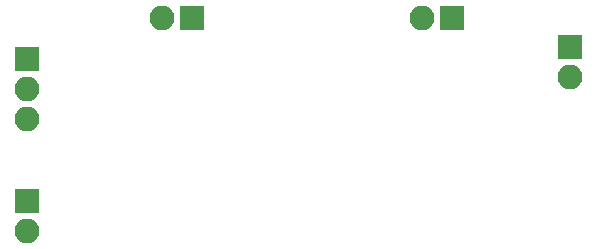
<source format=gbr>
G04 #@! TF.FileFunction,Soldermask,Bot*
%FSLAX46Y46*%
G04 Gerber Fmt 4.6, Leading zero omitted, Abs format (unit mm)*
G04 Created by KiCad (PCBNEW 4.0.7) date 05/01/18 03:54:15*
%MOMM*%
%LPD*%
G01*
G04 APERTURE LIST*
%ADD10C,0.100000*%
%ADD11R,2.100000X2.100000*%
%ADD12O,2.100000X2.100000*%
G04 APERTURE END LIST*
D10*
D11*
X170000000Y-93000000D03*
D12*
X167460000Y-93000000D03*
D11*
X180000000Y-95460000D03*
D12*
X180000000Y-98000000D03*
D11*
X148000000Y-93000000D03*
D12*
X145460000Y-93000000D03*
D11*
X134000000Y-96460000D03*
D12*
X134000000Y-99000000D03*
X134000000Y-101540000D03*
D11*
X134000000Y-108460000D03*
D12*
X134000000Y-111000000D03*
M02*

</source>
